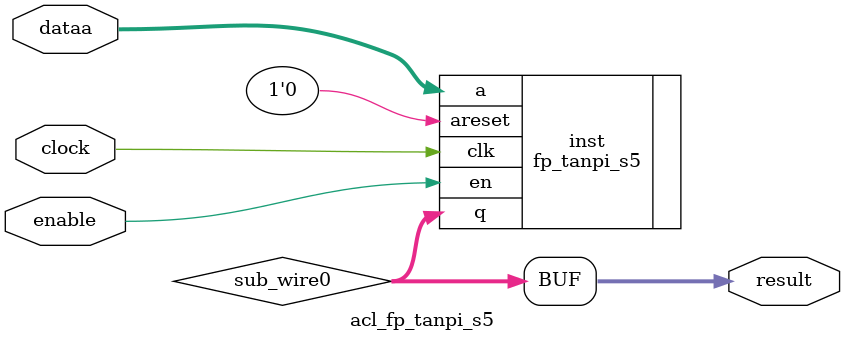
<source format=v>


`timescale 1 ps / 1 ps
// synopsys translate_on
module acl_fp_tanpi_s5 (
	enable,
	clock,
	dataa,
	result);

	input	  enable;
	input	  clock;
	input	[31:0]  dataa;
	output	[31:0]  result;

	wire [31:0] sub_wire0;
	wire [31:0] result = sub_wire0[31:0];

	fp_tanpi_s5 inst(
				.en (enable),
				.clk (clock),
				.a (dataa),
				.q (sub_wire0),
        .areset(1'b0));

endmodule

</source>
